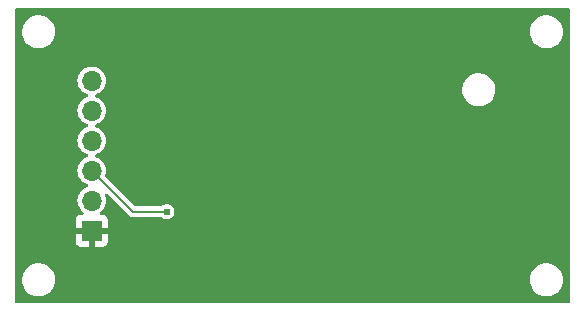
<source format=gbl>
G04 #@! TF.GenerationSoftware,KiCad,Pcbnew,7.0.2-6a45011f42~172~ubuntu20.04.1*
G04 #@! TF.CreationDate,2023-05-13T15:02:50+09:00*
G04 #@! TF.ProjectId,Wisun_proto,57697375-6e5f-4707-926f-746f2e6b6963,0.3*
G04 #@! TF.SameCoordinates,PX1b67618PY41e13c0*
G04 #@! TF.FileFunction,Copper,L2,Bot*
G04 #@! TF.FilePolarity,Positive*
%FSLAX46Y46*%
G04 Gerber Fmt 4.6, Leading zero omitted, Abs format (unit mm)*
G04 Created by KiCad (PCBNEW 7.0.2-6a45011f42~172~ubuntu20.04.1) date 2023-05-13 15:02:50*
%MOMM*%
%LPD*%
G01*
G04 APERTURE LIST*
G04 #@! TA.AperFunction,ComponentPad*
%ADD10R,1.700000X1.700000*%
G04 #@! TD*
G04 #@! TA.AperFunction,ComponentPad*
%ADD11O,1.700000X1.700000*%
G04 #@! TD*
G04 #@! TA.AperFunction,ViaPad*
%ADD12C,0.605000*%
G04 #@! TD*
G04 #@! TA.AperFunction,Conductor*
%ADD13C,0.200000*%
G04 #@! TD*
G04 APERTURE END LIST*
D10*
X6985000Y6650000D03*
D11*
X6985000Y9190000D03*
X6985000Y11730000D03*
X6985000Y14270000D03*
X6985000Y16810000D03*
X6985000Y19350000D03*
D12*
X13335000Y8255000D03*
D13*
X10460000Y8255000D02*
X6985000Y11730000D01*
X13335000Y8255000D02*
X10460000Y8255000D01*
G04 #@! TA.AperFunction,Conductor*
G36*
X47412121Y25479998D02*
G01*
X47458614Y25426342D01*
X47470000Y25374000D01*
X47470000Y626000D01*
X47449998Y557879D01*
X47396342Y511386D01*
X47344000Y500000D01*
X626000Y500000D01*
X557879Y520002D01*
X511386Y573658D01*
X500000Y626000D01*
X500000Y2559654D01*
X1095701Y2559654D01*
X1105819Y2321471D01*
X1156044Y2088422D01*
X1244937Y1867208D01*
X1369932Y1664203D01*
X1527434Y1485247D01*
X1712917Y1335479D01*
X1712918Y1335479D01*
X1712920Y1335477D01*
X1921046Y1219210D01*
X2145829Y1139789D01*
X2380800Y1099500D01*
X2380802Y1099500D01*
X2556832Y1099500D01*
X2559497Y1099500D01*
X2721623Y1113300D01*
X2737542Y1114654D01*
X2844377Y1142472D01*
X2968249Y1174725D01*
X3185486Y1272923D01*
X3383003Y1406421D01*
X3555118Y1571379D01*
X3696879Y1763053D01*
X3804207Y1975926D01*
X3874016Y2203877D01*
X3904298Y2440346D01*
X3899230Y2559654D01*
X44095701Y2559654D01*
X44105819Y2321471D01*
X44156044Y2088422D01*
X44244937Y1867208D01*
X44369932Y1664203D01*
X44527434Y1485247D01*
X44712917Y1335479D01*
X44712918Y1335479D01*
X44712920Y1335477D01*
X44921046Y1219210D01*
X45145829Y1139789D01*
X45380800Y1099500D01*
X45380802Y1099500D01*
X45556832Y1099500D01*
X45559497Y1099500D01*
X45721623Y1113300D01*
X45737542Y1114654D01*
X45844377Y1142472D01*
X45968249Y1174725D01*
X46185486Y1272923D01*
X46383003Y1406421D01*
X46555118Y1571379D01*
X46696879Y1763053D01*
X46804207Y1975926D01*
X46874016Y2203877D01*
X46904298Y2440346D01*
X46894180Y2678532D01*
X46868837Y2796123D01*
X46843955Y2911579D01*
X46798750Y3024074D01*
X46755064Y3132790D01*
X46630069Y3335795D01*
X46630068Y3335796D01*
X46630067Y3335798D01*
X46472565Y3514754D01*
X46287082Y3664522D01*
X46078954Y3780790D01*
X45953049Y3825275D01*
X45854171Y3860211D01*
X45619200Y3900500D01*
X45440503Y3900500D01*
X45437850Y3900275D01*
X45437845Y3900274D01*
X45262457Y3885347D01*
X45031755Y3825277D01*
X44814511Y3727076D01*
X44616997Y3593580D01*
X44444882Y3428622D01*
X44303121Y3236947D01*
X44195791Y3024071D01*
X44125983Y2796123D01*
X44095701Y2559654D01*
X3899230Y2559654D01*
X3894180Y2678532D01*
X3868837Y2796123D01*
X3843955Y2911579D01*
X3798750Y3024074D01*
X3755064Y3132790D01*
X3630069Y3335795D01*
X3630068Y3335796D01*
X3630067Y3335798D01*
X3472565Y3514754D01*
X3287082Y3664522D01*
X3078954Y3780790D01*
X2953049Y3825275D01*
X2854171Y3860211D01*
X2619200Y3900500D01*
X2440503Y3900500D01*
X2437850Y3900275D01*
X2437845Y3900274D01*
X2262457Y3885347D01*
X2031755Y3825277D01*
X1814511Y3727076D01*
X1616997Y3593580D01*
X1444882Y3428622D01*
X1303121Y3236947D01*
X1195791Y3024071D01*
X1125983Y2796123D01*
X1095701Y2559654D01*
X500000Y2559654D01*
X500000Y5754778D01*
X5627000Y5754778D01*
X5627359Y5748064D01*
X5633505Y5690907D01*
X5684554Y5554038D01*
X5772095Y5437096D01*
X5889037Y5349555D01*
X6025906Y5298506D01*
X6083063Y5292360D01*
X6089777Y5292000D01*
X6731000Y5292000D01*
X6731000Y6216326D01*
X6842685Y6165320D01*
X6949237Y6150000D01*
X7020763Y6150000D01*
X7127315Y6165320D01*
X7239000Y6216326D01*
X7239000Y5292000D01*
X7880223Y5292000D01*
X7886936Y5292360D01*
X7944093Y5298506D01*
X8080962Y5349555D01*
X8197904Y5437096D01*
X8285445Y5554038D01*
X8336494Y5690907D01*
X8342640Y5748064D01*
X8343000Y5754778D01*
X8343000Y6396000D01*
X7416116Y6396000D01*
X7444493Y6440156D01*
X7485000Y6578111D01*
X7485000Y6721889D01*
X7444493Y6859844D01*
X7416116Y6904000D01*
X8343000Y6904000D01*
X8343000Y7545223D01*
X8342640Y7551937D01*
X8336494Y7609094D01*
X8285445Y7745963D01*
X8197904Y7862905D01*
X8080962Y7950446D01*
X7944093Y8001495D01*
X7886936Y8007641D01*
X7880223Y8008000D01*
X7795613Y8008000D01*
X7727492Y8028002D01*
X7680999Y8081658D01*
X7670895Y8151932D01*
X7700389Y8216512D01*
X7710727Y8227115D01*
X7711562Y8227876D01*
X7875981Y8377764D01*
X8010058Y8555311D01*
X8109229Y8754472D01*
X8170115Y8968464D01*
X8190643Y9190000D01*
X8170115Y9411536D01*
X8109229Y9625528D01*
X8106034Y9636759D01*
X8109598Y9637774D01*
X8100739Y9687423D01*
X8128033Y9752963D01*
X8186428Y9793343D01*
X8257384Y9795741D01*
X8315086Y9762810D01*
X10118547Y7959350D01*
X10127962Y7948815D01*
X10150118Y7921032D01*
X10150121Y7921030D01*
X10197340Y7888837D01*
X10201144Y7886138D01*
X10247118Y7852207D01*
X10247120Y7852207D01*
X10252138Y7848503D01*
X10256369Y7846367D01*
X10262323Y7844531D01*
X10262327Y7844528D01*
X10316942Y7827683D01*
X10321405Y7826213D01*
X10381185Y7805295D01*
X10385864Y7804500D01*
X10392098Y7804500D01*
X10449215Y7804500D01*
X10453925Y7804413D01*
X10511010Y7802276D01*
X10511012Y7802277D01*
X10517236Y7802044D01*
X10535899Y7804500D01*
X12810990Y7804500D01*
X12879111Y7784498D01*
X12894543Y7772812D01*
X12931793Y7739812D01*
X12961329Y7713645D01*
X13101742Y7639950D01*
X13255711Y7602000D01*
X13255713Y7602000D01*
X13414287Y7602000D01*
X13414289Y7602000D01*
X13568258Y7639950D01*
X13708671Y7713645D01*
X13827367Y7818801D01*
X13917449Y7949307D01*
X13973682Y8097579D01*
X13992796Y8255000D01*
X13973682Y8412421D01*
X13952355Y8468654D01*
X13917450Y8560692D01*
X13900220Y8585654D01*
X13827367Y8691199D01*
X13708671Y8796355D01*
X13638464Y8833203D01*
X13568259Y8870050D01*
X13516934Y8882700D01*
X13414289Y8908000D01*
X13255711Y8908000D01*
X13178726Y8889025D01*
X13101740Y8870050D01*
X12961327Y8796354D01*
X12894543Y8737188D01*
X12830291Y8706987D01*
X12810990Y8705500D01*
X10698793Y8705500D01*
X10630672Y8725502D01*
X10609698Y8742405D01*
X8150158Y11201945D01*
X8116132Y11264257D01*
X8118063Y11325522D01*
X8170114Y11508460D01*
X8170115Y11508464D01*
X8190643Y11730000D01*
X8170115Y11951536D01*
X8109229Y12165528D01*
X8010058Y12364689D01*
X7875981Y12542236D01*
X7711562Y12692124D01*
X7711559Y12692126D01*
X7711558Y12692127D01*
X7522405Y12809246D01*
X7443566Y12839788D01*
X7333288Y12882510D01*
X7276996Y12925768D01*
X7253025Y12992595D01*
X7268989Y13061774D01*
X7319819Y13111339D01*
X7333279Y13117487D01*
X7522401Y13190753D01*
X7522402Y13190755D01*
X7522405Y13190755D01*
X7616981Y13249315D01*
X7711562Y13307876D01*
X7875981Y13457764D01*
X8010058Y13635311D01*
X8109229Y13834472D01*
X8170115Y14048464D01*
X8190643Y14270000D01*
X8170115Y14491536D01*
X8109229Y14705528D01*
X8010058Y14904689D01*
X7875981Y15082236D01*
X7711562Y15232124D01*
X7711559Y15232126D01*
X7711558Y15232127D01*
X7522405Y15349246D01*
X7443566Y15379788D01*
X7333288Y15422510D01*
X7276996Y15465768D01*
X7253025Y15532595D01*
X7268989Y15601774D01*
X7319819Y15651339D01*
X7333279Y15657487D01*
X7522401Y15730753D01*
X7522402Y15730755D01*
X7522405Y15730755D01*
X7616981Y15789315D01*
X7711562Y15847876D01*
X7875981Y15997764D01*
X8010058Y16175311D01*
X8109229Y16374472D01*
X8170115Y16588464D01*
X8190643Y16810000D01*
X8170115Y17031536D01*
X8109229Y17245528D01*
X8010058Y17444689D01*
X7875981Y17622236D01*
X7711562Y17772124D01*
X7711559Y17772126D01*
X7711558Y17772127D01*
X7522405Y17889246D01*
X7443566Y17919788D01*
X7333288Y17962510D01*
X7276996Y18005768D01*
X7253025Y18072595D01*
X7268989Y18141774D01*
X7319819Y18191339D01*
X7333279Y18197487D01*
X7522401Y18270753D01*
X7522402Y18270755D01*
X7522405Y18270755D01*
X7616981Y18329315D01*
X7711562Y18387876D01*
X7875981Y18537764D01*
X7952925Y18639654D01*
X38360701Y18639654D01*
X38370819Y18401471D01*
X38421044Y18168422D01*
X38509937Y17947208D01*
X38634932Y17744203D01*
X38792434Y17565247D01*
X38977917Y17415479D01*
X38977918Y17415479D01*
X38977920Y17415477D01*
X39186046Y17299210D01*
X39410829Y17219789D01*
X39645800Y17179500D01*
X39645802Y17179500D01*
X39821832Y17179500D01*
X39824497Y17179500D01*
X39986623Y17193300D01*
X40002542Y17194654D01*
X40109377Y17222472D01*
X40233249Y17254725D01*
X40450486Y17352923D01*
X40648003Y17486421D01*
X40820118Y17651379D01*
X40961879Y17843053D01*
X41069207Y18055926D01*
X41139016Y18283877D01*
X41169298Y18520346D01*
X41159180Y18758532D01*
X41133837Y18876123D01*
X41108955Y18991579D01*
X41053949Y19128464D01*
X41020064Y19212790D01*
X40895069Y19415795D01*
X40895068Y19415796D01*
X40895067Y19415798D01*
X40737565Y19594754D01*
X40552082Y19744522D01*
X40343954Y19860790D01*
X40218049Y19905275D01*
X40119171Y19940211D01*
X39884200Y19980500D01*
X39705503Y19980500D01*
X39702850Y19980275D01*
X39702845Y19980274D01*
X39527457Y19965347D01*
X39296755Y19905277D01*
X39079511Y19807076D01*
X38881997Y19673580D01*
X38709882Y19508622D01*
X38568121Y19316947D01*
X38460791Y19104071D01*
X38390983Y18876123D01*
X38360701Y18639654D01*
X7952925Y18639654D01*
X8010058Y18715311D01*
X8109229Y18914472D01*
X8170115Y19128464D01*
X8190643Y19350000D01*
X8170115Y19571536D01*
X8109229Y19785528D01*
X8010058Y19984689D01*
X7875981Y20162236D01*
X7711562Y20312124D01*
X7711559Y20312126D01*
X7711558Y20312127D01*
X7522405Y20429246D01*
X7314940Y20509618D01*
X7096243Y20550500D01*
X6873757Y20550500D01*
X6727958Y20523246D01*
X6655059Y20509618D01*
X6447594Y20429246D01*
X6258441Y20312127D01*
X6094018Y20162235D01*
X5959942Y19984690D01*
X5860770Y19785528D01*
X5806491Y19594755D01*
X5799885Y19571536D01*
X5779357Y19350000D01*
X5799885Y19128464D01*
X5799885Y19128461D01*
X5799886Y19128460D01*
X5860770Y18914473D01*
X5938420Y18758532D01*
X5959942Y18715311D01*
X6094019Y18537764D01*
X6258438Y18387876D01*
X6258440Y18387875D01*
X6258441Y18387874D01*
X6447594Y18270755D01*
X6447598Y18270754D01*
X6447599Y18270753D01*
X6636709Y18197492D01*
X6693003Y18154232D01*
X6716974Y18087405D01*
X6701010Y18018226D01*
X6650179Y17968660D01*
X6636713Y17962511D01*
X6582003Y17941316D01*
X6447594Y17889246D01*
X6258441Y17772127D01*
X6094018Y17622235D01*
X5959942Y17444690D01*
X5860770Y17245528D01*
X5841984Y17179500D01*
X5799885Y17031536D01*
X5779357Y16810000D01*
X5799885Y16588464D01*
X5799885Y16588461D01*
X5799886Y16588460D01*
X5860770Y16374473D01*
X5959941Y16175312D01*
X5959942Y16175311D01*
X6094019Y15997764D01*
X6258438Y15847876D01*
X6258440Y15847875D01*
X6258441Y15847874D01*
X6447594Y15730755D01*
X6447598Y15730754D01*
X6447599Y15730753D01*
X6636709Y15657492D01*
X6693003Y15614232D01*
X6716974Y15547405D01*
X6701010Y15478226D01*
X6650179Y15428660D01*
X6636713Y15422511D01*
X6582003Y15401316D01*
X6447594Y15349246D01*
X6258441Y15232127D01*
X6094018Y15082235D01*
X5959942Y14904690D01*
X5860770Y14705528D01*
X5799886Y14491541D01*
X5799885Y14491536D01*
X5779357Y14270000D01*
X5799885Y14048464D01*
X5799885Y14048461D01*
X5799886Y14048460D01*
X5860770Y13834473D01*
X5959941Y13635311D01*
X5959942Y13635311D01*
X6094019Y13457764D01*
X6258438Y13307876D01*
X6258440Y13307875D01*
X6258441Y13307874D01*
X6447594Y13190755D01*
X6447598Y13190754D01*
X6447599Y13190753D01*
X6636709Y13117492D01*
X6693003Y13074232D01*
X6716974Y13007405D01*
X6701010Y12938226D01*
X6650179Y12888660D01*
X6636713Y12882511D01*
X6582003Y12861316D01*
X6447594Y12809246D01*
X6258441Y12692127D01*
X6094018Y12542235D01*
X5959942Y12364690D01*
X5860770Y12165528D01*
X5799886Y11951541D01*
X5799885Y11951536D01*
X5779357Y11730000D01*
X5799885Y11508464D01*
X5799886Y11508462D01*
X5799886Y11508460D01*
X5860770Y11294473D01*
X5906844Y11201945D01*
X5959942Y11095311D01*
X6094019Y10917764D01*
X6258438Y10767876D01*
X6258440Y10767875D01*
X6258441Y10767874D01*
X6447594Y10650755D01*
X6447598Y10650754D01*
X6447599Y10650753D01*
X6636709Y10577492D01*
X6693003Y10534232D01*
X6716974Y10467405D01*
X6701010Y10398226D01*
X6650179Y10348660D01*
X6636713Y10342511D01*
X6582003Y10321316D01*
X6447594Y10269246D01*
X6258441Y10152127D01*
X6094018Y10002235D01*
X5959942Y9824690D01*
X5860770Y9625528D01*
X5799886Y9411541D01*
X5799885Y9411536D01*
X5779357Y9190000D01*
X5799885Y8968464D01*
X5799885Y8968461D01*
X5799886Y8968460D01*
X5860770Y8754473D01*
X5885156Y8705500D01*
X5959942Y8555311D01*
X6094019Y8377764D01*
X6258438Y8227876D01*
X6259273Y8227115D01*
X6296139Y8166441D01*
X6294350Y8095466D01*
X6254474Y8036727D01*
X6189170Y8008870D01*
X6174387Y8008000D01*
X6089777Y8008000D01*
X6083063Y8007641D01*
X6025906Y8001495D01*
X5889037Y7950446D01*
X5772095Y7862905D01*
X5684554Y7745963D01*
X5633505Y7609094D01*
X5627359Y7551937D01*
X5627000Y7545223D01*
X5627000Y6904000D01*
X6553884Y6904000D01*
X6525507Y6859844D01*
X6485000Y6721889D01*
X6485000Y6578111D01*
X6525507Y6440156D01*
X6553884Y6396000D01*
X5627000Y6396000D01*
X5627000Y5754778D01*
X500000Y5754778D01*
X500000Y23559654D01*
X1095701Y23559654D01*
X1105819Y23321471D01*
X1156044Y23088422D01*
X1244937Y22867208D01*
X1369932Y22664203D01*
X1527434Y22485247D01*
X1712917Y22335479D01*
X1712918Y22335479D01*
X1712920Y22335477D01*
X1921046Y22219210D01*
X2145829Y22139789D01*
X2380800Y22099500D01*
X2380802Y22099500D01*
X2556832Y22099500D01*
X2559497Y22099500D01*
X2721623Y22113300D01*
X2737542Y22114654D01*
X2844377Y22142472D01*
X2968249Y22174725D01*
X3185486Y22272923D01*
X3383003Y22406421D01*
X3555118Y22571379D01*
X3696879Y22763053D01*
X3804207Y22975926D01*
X3874016Y23203877D01*
X3904298Y23440346D01*
X3899230Y23559654D01*
X44095701Y23559654D01*
X44105819Y23321471D01*
X44156044Y23088422D01*
X44244937Y22867208D01*
X44369932Y22664203D01*
X44527434Y22485247D01*
X44712917Y22335479D01*
X44712918Y22335479D01*
X44712920Y22335477D01*
X44921046Y22219210D01*
X45145829Y22139789D01*
X45380800Y22099500D01*
X45380802Y22099500D01*
X45556832Y22099500D01*
X45559497Y22099500D01*
X45721623Y22113300D01*
X45737542Y22114654D01*
X45844377Y22142472D01*
X45968249Y22174725D01*
X46185486Y22272923D01*
X46383003Y22406421D01*
X46555118Y22571379D01*
X46696879Y22763053D01*
X46804207Y22975926D01*
X46874016Y23203877D01*
X46904298Y23440346D01*
X46894180Y23678532D01*
X46868837Y23796123D01*
X46843955Y23911579D01*
X46798750Y24024074D01*
X46755064Y24132790D01*
X46630069Y24335795D01*
X46630068Y24335796D01*
X46630067Y24335798D01*
X46472565Y24514754D01*
X46287082Y24664522D01*
X46078954Y24780790D01*
X45953049Y24825275D01*
X45854171Y24860211D01*
X45619200Y24900500D01*
X45440503Y24900500D01*
X45437850Y24900275D01*
X45437845Y24900274D01*
X45262457Y24885347D01*
X45031755Y24825277D01*
X44814511Y24727076D01*
X44616997Y24593580D01*
X44444882Y24428622D01*
X44303121Y24236947D01*
X44195791Y24024071D01*
X44125983Y23796123D01*
X44095701Y23559654D01*
X3899230Y23559654D01*
X3894180Y23678532D01*
X3868837Y23796123D01*
X3843955Y23911579D01*
X3798750Y24024074D01*
X3755064Y24132790D01*
X3630069Y24335795D01*
X3630068Y24335796D01*
X3630067Y24335798D01*
X3472565Y24514754D01*
X3287082Y24664522D01*
X3078954Y24780790D01*
X2953049Y24825275D01*
X2854171Y24860211D01*
X2619200Y24900500D01*
X2440503Y24900500D01*
X2437850Y24900275D01*
X2437845Y24900274D01*
X2262457Y24885347D01*
X2031755Y24825277D01*
X1814511Y24727076D01*
X1616997Y24593580D01*
X1444882Y24428622D01*
X1303121Y24236947D01*
X1195791Y24024071D01*
X1125983Y23796123D01*
X1095701Y23559654D01*
X500000Y23559654D01*
X500000Y25374000D01*
X520002Y25442121D01*
X573658Y25488614D01*
X626000Y25500000D01*
X47344000Y25500000D01*
X47412121Y25479998D01*
G37*
G04 #@! TD.AperFunction*
M02*

</source>
